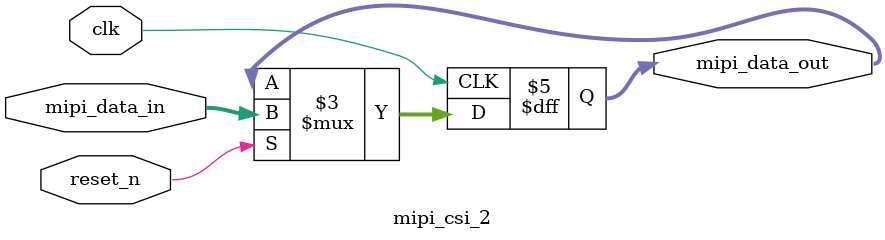
<source format=v>
module mipi_csi_2 (
    input wire clk,
    input wire reset_n,
    input wire [15:0] mipi_data_in,
    output wire [15:0] mipi_data_out
);
    // Placeholder for MIPI CSI-2 interface
    // Example: Interface for receiving video stream from camera

    always @(posedge clk or negedge reset_n) begin
        if (~reset_n) begin
            // Reset logic
        end else begin
            mipi_data_out <= mipi_data_in; // Just pass-through for stub
        end
    end
endmodule

</source>
